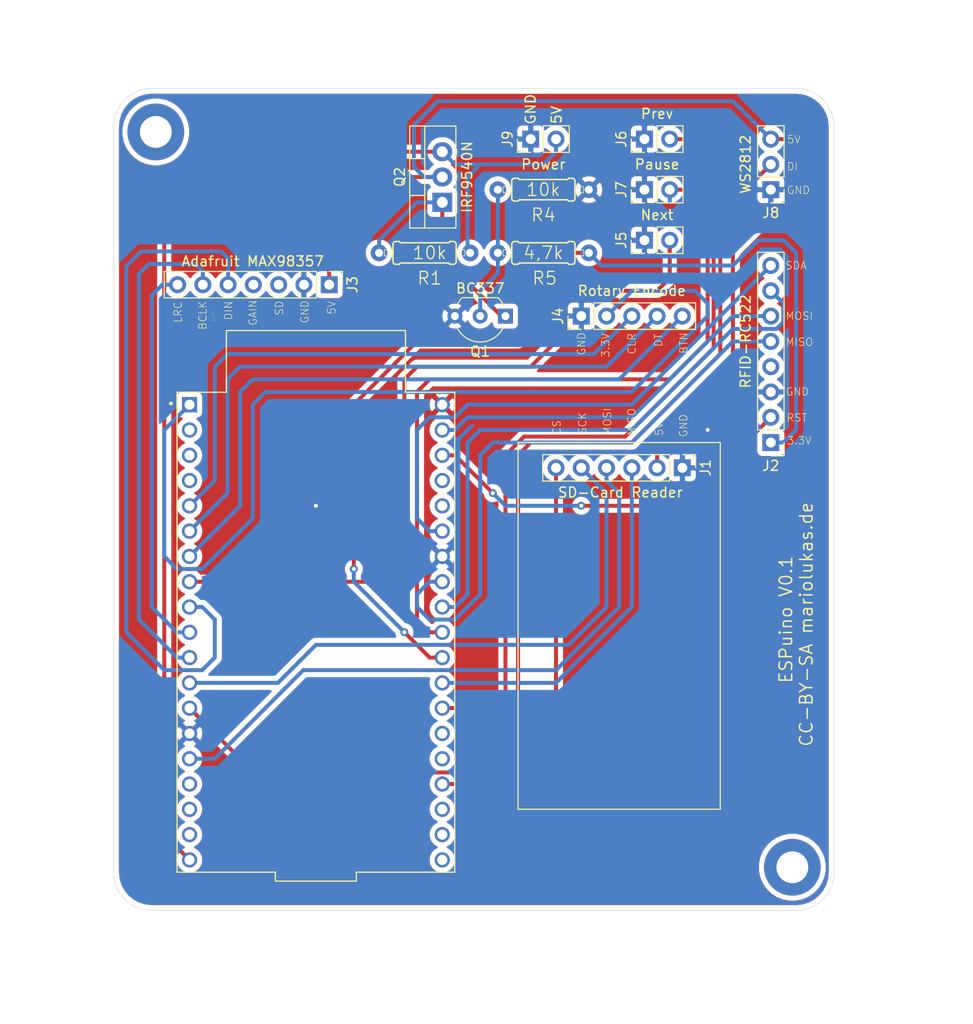
<source format=kicad_pcb>
(kicad_pcb (version 20171130) (host pcbnew 5.1.5+dfsg1-2build2)
  (layers (0 F.Cu signal) (31 B.Cu signal) (34 B.Paste user) (35 F.Paste user) (36 B.SilkS user) (37 F.SilkS user) (38 B.Mask user) (39 F.Mask user) (44 Edge.Cuts user))
  (net 0 "")
  (net 1 "Net-(U1-Pad35)")
  (net 2 "Net-(U1-Pad34)")
  (net 3 "Net-(U1-Pad25)")
  (net 4 "Net-(U1-Pad24)")
  (net 5 "Net-(U1-Pad22)")
  (net 6 "Net-(U1-Pad21)")
  (net 7 "Net-(U1-Pad20)")
  (net 8 "Net-(U1-Pad18)")
  (net 9 "Net-(U1-Pad17)")
  (net 10 "Net-(U1-Pad16)")
  (net 11 "Net-(U1-Pad4)")
  (net 12 "Net-(U1-Pad3)")
  (net 13 "Net-(U1-Pad2)")
  (net 14 "Net-(Q1-Pad2)")
  (net 15 GND)
  (net 16 GPIO-17)
  (net 17 "Net-(J3-Pad4)")
  (net 18 "Net-(J3-Pad3)")
  (net 19 SD-CARD_CS)
  (net 20 SD-CARD_SCK)
  (net 21 SD-CARD_MOSI)
  (net 22 SD-CARD_MISO)
  (net 23 SWITCHED_VCC)
  (net 24 RFID_SDA)
  (net 25 RFID_SCK)
  (net 26 RFID_MOSI)
  (net 27 RFID_MISO)
  (net 28 RFID_RST)
  (net 29 3.3V)
  (net 30 ROTARY_CLR)
  (net 31 ROTARY_DT)
  (net 32 ROTARY_BUTTON)
  (net 33 BUTTON_PREVIOUS_PIN)
  (net 34 BUTTON_NEXT_PIN)
  (net 35 BUTTON_PLAY_PAUSE_PIN)
  (net 36 NEOPIXEL_DI)
  (net 37 VCC)
  (net 38 MAX98357_LRC)
  (net 39 MAX98357_DIN)
  (net 40 MAX98357_BLCK)
  (net 41 "Net-(J2-Pad4)")
  (net 42 "Net-(Q1-Pad1)")
  (module ESPuino_snapEDA:MODULE_ESP32-DEVKITC-32U (layer F.Cu) (at 153.67 85.09)
    (fp_text reference U1 (at -10.795 -31.75) (layer F.SilkS) (effects (font (thickness 0.015))))
    (fp_text value ESP32-DEVKITC-32U)
    (fp_circle (center -14.57 -22.97) (end -14.47 -22.97) (layer F.SilkS) (width 0.2))
    (fp_line (start -13.95 -24.1) (end -13.95 24.1) (layer F.SilkS) (width 0.127))
    (fp_line (start 13.95 24.1) (end 13.95 -24.1) (layer F.SilkS) (width 0.127))
    (fp_line (start 13.95 -24.1) (end 9 -24.1) (layer F.SilkS) (width 0.127))
    (fp_line (start -9 -24.1) (end -13.95 -24.1) (layer F.SilkS) (width 0.127))
    (fp_line (start -9 -24.1) (end -9 -30.3) (layer F.SilkS) (width 0.127))
    (fp_line (start -9 -30.3) (end 9 -30.3) (layer F.SilkS) (width 0.127))
    (fp_line (start 9 -30.3) (end 9 -24.1) (layer F.SilkS) (width 0.127))
    (fp_line (start -13.95 24.1) (end -4.07 24.1) (layer F.SilkS) (width 0.127))
    (fp_line (start -4.07 24.1) (end -4.07 25) (layer F.SilkS) (width 0.127))
    (fp_line (start -4.07 25) (end 4.06 25) (layer F.SilkS) (width 0.127))
    (fp_line (start 4.06 25) (end 4.06 24.1) (layer F.SilkS) (width 0.127))
    (fp_line (start 4.06 24.1) (end 13.95 24.1) (layer F.SilkS) (width 0.127))
    (pad 1 thru_hole rect (at -12.7 -22.85) (size 1.53 1.53) (drill 1.02) (layers *.Cu *.Mask) (net 29 3.3V))
    (pad 2 thru_hole circle (at -12.7 -20.31) (size 1.53 1.53) (drill 1.02) (layers *.Cu *.Mask) (net 13 "Net-(U1-Pad2)"))
    (pad 3 thru_hole circle (at -12.7 -17.77) (size 1.53 1.53) (drill 1.02) (layers *.Cu *.Mask) (net 12 "Net-(U1-Pad3)"))
    (pad 4 thru_hole circle (at -12.7 -15.23) (size 1.53 1.53) (drill 1.02) (layers *.Cu *.Mask) (net 11 "Net-(U1-Pad4)"))
    (pad 5 thru_hole circle (at -12.7 -12.69) (size 1.53 1.53) (drill 1.02) (layers *.Cu *.Mask) (net 30 ROTARY_CLR))
    (pad 6 thru_hole circle (at -12.7 -10.15) (size 1.53 1.53) (drill 1.02) (layers *.Cu *.Mask) (net 31 ROTARY_DT))
    (pad 7 thru_hole circle (at -12.7 -7.61) (size 1.53 1.53) (drill 1.02) (layers *.Cu *.Mask) (net 32 ROTARY_BUTTON))
    (pad 8 thru_hole circle (at -12.7 -5.07) (size 1.53 1.53) (drill 1.02) (layers *.Cu *.Mask) (net 33 BUTTON_PREVIOUS_PIN))
    (pad 9 thru_hole circle (at -12.7 -2.53) (size 1.53 1.53) (drill 1.02) (layers *.Cu *.Mask) (net 39 MAX98357_DIN))
    (pad 10 thru_hole circle (at -12.7 0.01) (size 1.53 1.53) (drill 1.02) (layers *.Cu *.Mask) (net 38 MAX98357_LRC))
    (pad 11 thru_hole circle (at -12.7 2.55) (size 1.53 1.53) (drill 1.02) (layers *.Cu *.Mask) (net 40 MAX98357_BLCK))
    (pad 12 thru_hole circle (at -12.7 5.09) (size 1.53 1.53) (drill 1.02) (layers *.Cu *.Mask) (net 20 SD-CARD_SCK))
    (pad 13 thru_hole circle (at -12.7 7.63) (size 1.53 1.53) (drill 1.02) (layers *.Cu *.Mask) (net 36 NEOPIXEL_DI))
    (pad 14 thru_hole circle (at -12.7 10.17) (size 1.53 1.53) (drill 1.02) (layers *.Cu *.Mask) (net 15 GND))
    (pad 15 thru_hole circle (at -12.7 12.71) (size 1.53 1.53) (drill 1.02) (layers *.Cu *.Mask) (net 21 SD-CARD_MOSI))
    (pad 16 thru_hole circle (at -12.7 15.25) (size 1.53 1.53) (drill 1.02) (layers *.Cu *.Mask) (net 10 "Net-(U1-Pad16)"))
    (pad 17 thru_hole circle (at -12.7 17.79) (size 1.53 1.53) (drill 1.02) (layers *.Cu *.Mask) (net 9 "Net-(U1-Pad17)"))
    (pad 18 thru_hole circle (at -12.7 20.33) (size 1.53 1.53) (drill 1.02) (layers *.Cu *.Mask) (net 8 "Net-(U1-Pad18)"))
    (pad 19 thru_hole circle (at -12.7 22.87) (size 1.53 1.53) (drill 1.02) (layers *.Cu *.Mask) (net 37 VCC))
    (pad 20 thru_hole circle (at 12.7 22.87) (size 1.53 1.53) (drill 1.02) (layers *.Cu *.Mask) (net 7 "Net-(U1-Pad20)"))
    (pad 21 thru_hole circle (at 12.7 20.33) (size 1.53 1.53) (drill 1.02) (layers *.Cu *.Mask) (net 6 "Net-(U1-Pad21)"))
    (pad 22 thru_hole circle (at 12.7 17.79) (size 1.53 1.53) (drill 1.02) (layers *.Cu *.Mask) (net 5 "Net-(U1-Pad22)"))
    (pad 23 thru_hole circle (at 12.7 15.25) (size 1.53 1.53) (drill 1.02) (layers *.Cu *.Mask) (net 19 SD-CARD_CS))
    (pad 24 thru_hole circle (at 12.7 12.71) (size 1.53 1.53) (drill 1.02) (layers *.Cu *.Mask) (net 4 "Net-(U1-Pad24)"))
    (pad 25 thru_hole circle (at 12.7 10.17) (size 1.53 1.53) (drill 1.02) (layers *.Cu *.Mask) (net 3 "Net-(U1-Pad25)"))
    (pad 26 thru_hole circle (at 12.7 7.63) (size 1.53 1.53) (drill 1.02) (layers *.Cu *.Mask) (net 34 BUTTON_NEXT_PIN))
    (pad 27 thru_hole circle (at 12.7 5.09) (size 1.53 1.53) (drill 1.02) (layers *.Cu *.Mask) (net 22 SD-CARD_MISO))
    (pad 28 thru_hole circle (at 12.7 2.55) (size 1.53 1.53) (drill 1.02) (layers *.Cu *.Mask) (net 16 GPIO-17))
    (pad 29 thru_hole circle (at 12.7 0.01) (size 1.53 1.53) (drill 1.02) (layers *.Cu *.Mask) (net 35 BUTTON_PLAY_PAUSE_PIN))
    (pad 30 thru_hole circle (at 12.7 -2.53) (size 1.53 1.53) (drill 1.02) (layers *.Cu *.Mask) (net 25 RFID_SCK))
    (pad 31 thru_hole circle (at 12.7 -5.07) (size 1.53 1.53) (drill 1.02) (layers *.Cu *.Mask) (net 27 RFID_MISO))
    (pad 32 thru_hole circle (at 12.7 -7.61) (size 1.53 1.53) (drill 1.02) (layers *.Cu *.Mask) (net 15 GND))
    (pad 33 thru_hole circle (at 12.7 -10.15) (size 1.53 1.53) (drill 1.02) (layers *.Cu *.Mask) (net 24 RFID_SDA))
    (pad 34 thru_hole circle (at 12.7 -12.69) (size 1.53 1.53) (drill 1.02) (layers *.Cu *.Mask) (net 2 "Net-(U1-Pad34)"))
    (pad 35 thru_hole circle (at 12.7 -15.23) (size 1.53 1.53) (drill 1.02) (layers *.Cu *.Mask) (net 1 "Net-(U1-Pad35)"))
    (pad 36 thru_hole circle (at 12.7 -17.77) (size 1.53 1.53) (drill 1.02) (layers *.Cu *.Mask) (net 28 RFID_RST))
    (pad 37 thru_hole circle (at 12.7 -20.31) (size 1.53 1.53) (drill 1.02) (layers *.Cu *.Mask) (net 26 RFID_MOSI))
    (pad 38 thru_hole circle (at 12.7 -22.85) (size 1.53 1.53) (drill 1.02) (layers *.Cu *.Mask) (net 15 GND))
  )
  (module MountingHole:MountingHole_3.2mm_M3_ISO7380_Pad (layer F.Cu) (at 201.55408 108.6993)
    (fp_text reference REF**)
    (fp_text value MountingHole_3.2mm_M3_ISO7380_Pad)
    (pad 1 thru_hole circle (at 0 0) (size 5.7 5.7) (drill 3.2) (layers *.Cu *.Mask))
  )
  (module MountingHole:MountingHole_3.2mm_M3_ISO7380_Pad (layer F.Cu) (at 137.5791 34.84118)
    (fp_text reference REF**)
    (fp_text value MountingHole_3.2mm_M3_ISO7380_Pad)
    (pad 1 thru_hole circle (at 0 0) (size 5.7 5.7) (drill 3.2) (layers *.Cu *.Mask))
  )
  (module Package_TO_SOT_THT:TO-220-3_Vertical (layer F.Cu) (at 166.37 41.91 90)
    (fp_text reference Q2 (at 2.54 -4.27 90) (layer F.SilkS))
    (fp_text value IRF9540N (at 2.54 2.5 90) (layer F.SilkS))
    (fp_line (start 4.391 -3.27) (end 4.391 -1.76) (layer F.SilkS) (width 0.12))
    (fp_line (start 0.69 -3.27) (end 0.69 -1.76) (layer F.SilkS) (width 0.12))
    (fp_line (start -2.58 -1.76) (end 7.66 -1.76) (layer F.SilkS) (width 0.12))
    (fp_line (start 7.66 -3.27) (end 7.66 1.371) (layer F.SilkS) (width 0.12))
    (fp_line (start -2.58 -3.27) (end -2.58 1.371) (layer F.SilkS) (width 0.12))
    (fp_line (start -2.58 1.371) (end 7.66 1.371) (layer F.SilkS) (width 0.12))
    (fp_line (start -2.58 -3.27) (end 7.66 -3.27) (layer F.SilkS) (width 0.12))
    (pad 3 thru_hole oval (at 5.08 0 90) (size 1.905 2) (drill 1.1) (layers *.Cu *.Mask) (net 37 VCC))
    (pad 2 thru_hole oval (at 2.54 0 90) (size 1.905 2) (drill 1.1) (layers *.Cu *.Mask) (net 23 SWITCHED_VCC))
    (pad 1 thru_hole rect (at 0 0 90) (size 1.905 2) (drill 1.1) (layers *.Cu *.Mask) (net 42 "Net-(Q1-Pad1)"))
  )
  (module Package_TO_SOT_THT:TO-92_Inline_Wide (layer F.Cu) (at 172.72 53.34 180)
    (fp_text reference Q1 (at 2.54 -3.56) (layer F.SilkS))
    (fp_text value BC337 (at 2.54 2.79) (layer F.SilkS))
    (fp_arc (start 2.54 0) (end 4.34 1.85) (angle -20) (layer F.SilkS) (width 0.12))
    (fp_arc (start 2.54 0) (end 2.54 -2.6) (angle 65) (layer F.SilkS) (width 0.12))
    (fp_arc (start 2.54 0) (end 2.54 -2.6) (angle -65) (layer F.SilkS) (width 0.12))
    (fp_arc (start 2.54 0) (end 0.74 1.85) (angle 20) (layer F.SilkS) (width 0.12))
    (fp_line (start 0.74 1.85) (end 4.34 1.85) (layer F.SilkS) (width 0.12))
    (pad 1 thru_hole rect (at 0 0 270) (size 1.5 1.5) (drill 0.8) (layers *.Cu *.Mask) (net 42 "Net-(Q1-Pad1)"))
    (pad 3 thru_hole circle (at 5.08 0 270) (size 1.5 1.5) (drill 0.8) (layers *.Cu *.Mask) (net 15 GND))
    (pad 2 thru_hole circle (at 2.54 0 270) (size 1.5 1.5) (drill 0.8) (layers *.Cu *.Mask) (net 14 "Net-(Q1-Pad2)"))
  )
  (module mod_s:PinHeader_1x06_P2.54mm_Vertical (layer F.Cu) (at 190.5 68.58 270)
    (fp_text reference J1 (at 0 -2.33 90) (layer F.SilkS))
    (fp_text value "SD-Card Reader" (at 2.47142 6.2357 180) (layer F.SilkS))
    (fp_line (start -1.33 -1.33) (end 0 -1.33) (layer F.SilkS) (width 0.12))
    (fp_line (start -1.33 0) (end -1.33 -1.33) (layer F.SilkS) (width 0.12))
    (fp_line (start -1.33 1.27) (end 1.33 1.27) (layer F.SilkS) (width 0.12))
    (fp_line (start 1.33 1.27) (end 1.33 14.03) (layer F.SilkS) (width 0.12))
    (fp_line (start -1.33 1.27) (end -1.33 14.03) (layer F.SilkS) (width 0.12))
    (fp_line (start -1.33 14.03) (end 1.33 14.03) (layer F.SilkS) (width 0.12))
    (pad 6 thru_hole oval (at 0 12.7 270) (size 1.7 1.7) (drill 1) (layers *.Cu *.Mask) (net 19 SD-CARD_CS))
    (pad 5 thru_hole oval (at 0 10.16 270) (size 1.7 1.7) (drill 1) (layers *.Cu *.Mask) (net 20 SD-CARD_SCK))
    (pad 4 thru_hole oval (at 0 7.62 270) (size 1.7 1.7) (drill 1) (layers *.Cu *.Mask) (net 21 SD-CARD_MOSI))
    (pad 3 thru_hole oval (at 0 5.08 270) (size 1.7 1.7) (drill 1) (layers *.Cu *.Mask) (net 22 SD-CARD_MISO))
    (pad 2 thru_hole oval (at 0 2.54 270) (size 1.7 1.7) (drill 1) (layers *.Cu *.Mask) (net 23 SWITCHED_VCC))
    (pad 1 thru_hole rect (at 0 0 270) (size 1.7 1.7) (drill 1) (layers *.Cu *.Mask) (net 15 GND))
  )
  (module mod_s:PinHeader_1x02_P2.54mm_Vertical (layer F.Cu) (at 175.26 35.56 90)
    (fp_text reference J9 (at 0 -2.33 90) (layer F.SilkS))
    (fp_text value Power (at -2.54 1.27 180) (layer F.SilkS))
    (fp_line (start -1.33 3.87) (end 1.33 3.87) (layer F.SilkS) (width 0.12))
    (fp_line (start -1.33 1.27) (end -1.33 3.87) (layer F.SilkS) (width 0.12))
    (fp_line (start 1.33 1.27) (end 1.33 3.87) (layer F.SilkS) (width 0.12))
    (fp_line (start -1.33 1.27) (end 1.33 1.27) (layer F.SilkS) (width 0.12))
    (fp_line (start -1.33 0) (end -1.33 -1.33) (layer F.SilkS) (width 0.12))
    (fp_line (start -1.33 -1.33) (end 0 -1.33) (layer F.SilkS) (width 0.12))
    (pad 2 thru_hole oval (at 0 2.54 90) (size 1.7 1.7) (drill 1) (layers *.Cu *.Mask) (net 37 VCC))
    (pad 1 thru_hole rect (at 0 0 90) (size 1.7 1.7) (drill 1) (layers *.Cu *.Mask) (net 15 GND))
  )
  (module mod_s:PinHeader_1x03_P2.54mm_Vertical (layer F.Cu) (at 199.39 40.64 180)
    (fp_text reference J8 (at 0 -2.33) (layer F.SilkS))
    (fp_text value WS2812 (at 2.54 2.54 90) (layer F.SilkS))
    (fp_line (start -1.33 6.41) (end 1.33 6.41) (layer F.SilkS) (width 0.12))
    (fp_line (start -1.33 1.27) (end -1.33 6.41) (layer F.SilkS) (width 0.12))
    (fp_line (start 1.33 1.27) (end 1.33 6.41) (layer F.SilkS) (width 0.12))
    (fp_line (start -1.33 1.27) (end 1.33 1.27) (layer F.SilkS) (width 0.12))
    (fp_line (start -1.33 0) (end -1.33 -1.33) (layer F.SilkS) (width 0.12))
    (fp_line (start -1.33 -1.33) (end 0 -1.33) (layer F.SilkS) (width 0.12))
    (pad 3 thru_hole oval (at 0 5.08 180) (size 1.7 1.7) (drill 1) (layers *.Cu *.Mask) (net 23 SWITCHED_VCC))
    (pad 2 thru_hole oval (at 0 2.54 180) (size 1.7 1.7) (drill 1) (layers *.Cu *.Mask) (net 36 NEOPIXEL_DI))
    (pad 1 thru_hole rect (at 0 0 180) (size 1.7 1.7) (drill 1) (layers *.Cu *.Mask) (net 15 GND))
  )
  (module mod_s:PinHeader_1x02_P2.54mm_Vertical (layer F.Cu) (at 186.69 40.64 90)
    (fp_text reference J7 (at 0 -2.33 90) (layer F.SilkS))
    (fp_text value Pause (at 2.54 1.27 180) (layer F.SilkS))
    (fp_line (start -1.33 3.87) (end 1.33 3.87) (layer F.SilkS) (width 0.12))
    (fp_line (start -1.33 1.27) (end -1.33 3.87) (layer F.SilkS) (width 0.12))
    (fp_line (start 1.33 1.27) (end 1.33 3.87) (layer F.SilkS) (width 0.12))
    (fp_line (start -1.33 1.27) (end 1.33 1.27) (layer F.SilkS) (width 0.12))
    (fp_line (start -1.33 0) (end -1.33 -1.33) (layer F.SilkS) (width 0.12))
    (fp_line (start -1.33 -1.33) (end 0 -1.33) (layer F.SilkS) (width 0.12))
    (pad 2 thru_hole oval (at 0 2.54 90) (size 1.7 1.7) (drill 1) (layers *.Cu *.Mask) (net 35 BUTTON_PLAY_PAUSE_PIN))
    (pad 1 thru_hole rect (at 0 0 90) (size 1.7 1.7) (drill 1) (layers *.Cu *.Mask) (net 15 GND))
  )
  (module mod_s:PinHeader_1x02_P2.54mm_Vertical (layer F.Cu) (at 186.69 35.56 90)
    (fp_text reference J6 (at 0 -2.33 90) (layer F.SilkS))
    (fp_text value Prev (at 2.54 1.27 180) (layer F.SilkS))
    (fp_line (start -1.33 3.87) (end 1.33 3.87) (layer F.SilkS) (width 0.12))
    (fp_line (start -1.33 1.27) (end -1.33 3.87) (layer F.SilkS) (width 0.12))
    (fp_line (start 1.33 1.27) (end 1.33 3.87) (layer F.SilkS) (width 0.12))
    (fp_line (start -1.33 1.27) (end 1.33 1.27) (layer F.SilkS) (width 0.12))
    (fp_line (start -1.33 0) (end -1.33 -1.33) (layer F.SilkS) (width 0.12))
    (fp_line (start -1.33 -1.33) (end 0 -1.33) (layer F.SilkS) (width 0.12))
    (pad 2 thru_hole oval (at 0 2.54 90) (size 1.7 1.7) (drill 1) (layers *.Cu *.Mask) (net 34 BUTTON_NEXT_PIN))
    (pad 1 thru_hole rect (at 0 0 90) (size 1.7 1.7) (drill 1) (layers *.Cu *.Mask) (net 15 GND))
  )
  (module mod_s:PinHeader_1x02_P2.54mm_Vertical (layer F.Cu) (at 186.69 45.72 90)
    (fp_text reference J5 (at 0 -2.33 90) (layer F.SilkS))
    (fp_text value Next (at 2.54 1.27 180) (layer F.SilkS))
    (fp_line (start -1.33 3.87) (end 1.33 3.87) (layer F.SilkS) (width 0.12))
    (fp_line (start -1.33 1.27) (end -1.33 3.87) (layer F.SilkS) (width 0.12))
    (fp_line (start 1.33 1.27) (end 1.33 3.87) (layer F.SilkS) (width 0.12))
    (fp_line (start -1.33 1.27) (end 1.33 1.27) (layer F.SilkS) (width 0.12))
    (fp_line (start -1.33 0) (end -1.33 -1.33) (layer F.SilkS) (width 0.12))
    (fp_line (start -1.33 -1.33) (end 0 -1.33) (layer F.SilkS) (width 0.12))
    (pad 2 thru_hole oval (at 0 2.54 90) (size 1.7 1.7) (drill 1) (layers *.Cu *.Mask) (net 33 BUTTON_PREVIOUS_PIN))
    (pad 1 thru_hole rect (at 0 0 90) (size 1.7 1.7) (drill 1) (layers *.Cu *.Mask) (net 15 GND))
  )
  (module mod_s:PinHeader_1x08_P2.54mm_Vertical (layer F.Cu) (at 199.39 66.04 180)
    (fp_text reference J2 (at 0 -2.33) (layer F.SilkS))
    (fp_text value RFID-RC522 (at 2.54 10.16 90) (layer F.SilkS))
    (fp_line (start -1.33 19.11) (end 1.33 19.11) (layer F.SilkS) (width 0.12))
    (fp_line (start -1.33 1.27) (end -1.33 19.11) (layer F.SilkS) (width 0.12))
    (fp_line (start 1.33 1.27) (end 1.33 19.11) (layer F.SilkS) (width 0.12))
    (fp_line (start -1.33 1.27) (end 1.33 1.27) (layer F.SilkS) (width 0.12))
    (fp_line (start -1.33 0) (end -1.33 -1.33) (layer F.SilkS) (width 0.12))
    (fp_line (start -1.33 -1.33) (end 0 -1.33) (layer F.SilkS) (width 0.12))
    (pad 8 thru_hole oval (at 0 17.78 180) (size 1.7 1.7) (drill 1) (layers *.Cu *.Mask) (net 24 RFID_SDA))
    (pad 7 thru_hole oval (at 0 15.24 180) (size 1.7 1.7) (drill 1) (layers *.Cu *.Mask) (net 25 RFID_SCK))
    (pad 6 thru_hole oval (at 0 12.7 180) (size 1.7 1.7) (drill 1) (layers *.Cu *.Mask) (net 26 RFID_MOSI))
    (pad 5 thru_hole oval (at 0 10.16 180) (size 1.7 1.7) (drill 1) (layers *.Cu *.Mask) (net 27 RFID_MISO))
    (pad 4 thru_hole oval (at 0 7.62 180) (size 1.7 1.7) (drill 1) (layers *.Cu *.Mask) (net 41 "Net-(J2-Pad4)"))
    (pad 3 thru_hole oval (at 0 5.08 180) (size 1.7 1.7) (drill 1) (layers *.Cu *.Mask) (net 15 GND))
    (pad 2 thru_hole oval (at 0 2.54 180) (size 1.7 1.7) (drill 1) (layers *.Cu *.Mask) (net 28 RFID_RST))
    (pad 1 thru_hole rect (at 0 0 180) (size 1.7 1.7) (drill 1) (layers *.Cu *.Mask) (net 16 GPIO-17))
  )
  (module mod_s:PinHeader_1x07_P2.54mm_Vertical (layer F.Cu) (at 155.00604 50.18532 270)
    (fp_text reference J3 (at 0 -2.33 90) (layer F.SilkS))
    (fp_text value "Adafruit MAX98357" (at -2.35204 7.6835 180) (layer F.SilkS))
    (fp_line (start -1.33 -1.33) (end 0 -1.33) (layer F.SilkS) (width 0.12))
    (fp_line (start -1.33 0) (end -1.33 -1.33) (layer F.SilkS) (width 0.12))
    (fp_line (start -1.33 1.27) (end 1.33 1.27) (layer F.SilkS) (width 0.12))
    (fp_line (start 1.33 1.27) (end 1.33 16.57) (layer F.SilkS) (width 0.12))
    (fp_line (start -1.33 1.27) (end -1.33 16.57) (layer F.SilkS) (width 0.12))
    (fp_line (start -1.33 16.57) (end 1.33 16.57) (layer F.SilkS) (width 0.12))
    (pad 7 thru_hole oval (at 0 15.24 270) (size 1.7 1.7) (drill 1) (layers *.Cu *.Mask) (net 38 MAX98357_LRC))
    (pad 6 thru_hole oval (at 0 12.7 270) (size 1.7 1.7) (drill 1) (layers *.Cu *.Mask) (net 40 MAX98357_BLCK))
    (pad 5 thru_hole oval (at 0 10.16 270) (size 1.7 1.7) (drill 1) (layers *.Cu *.Mask) (net 39 MAX98357_DIN))
    (pad 4 thru_hole oval (at 0 7.62 270) (size 1.7 1.7) (drill 1) (layers *.Cu *.Mask) (net 17 "Net-(J3-Pad4)"))
    (pad 3 thru_hole oval (at 0 5.08 270) (size 1.7 1.7) (drill 1) (layers *.Cu *.Mask) (net 18 "Net-(J3-Pad3)"))
    (pad 2 thru_hole oval (at 0 2.54 270) (size 1.7 1.7) (drill 1) (layers *.Cu *.Mask) (net 15 GND))
    (pad 1 thru_hole rect (at 0 0 270) (size 1.7 1.7) (drill 1) (layers *.Cu *.Mask) (net 23 SWITCHED_VCC))
  )
  (module mod_s:PinHeader_1x05_P2.54mm_Vertical (layer F.Cu) (at 180.34 53.34 90)
    (fp_text reference J4 (at 0 -2.33 90) (layer F.SilkS))
    (fp_text value "Rotary Encode" (at 2.54 5.08 180) (layer F.SilkS))
    (fp_line (start -1.33 11.49) (end 1.33 11.49) (layer F.SilkS) (width 0.12))
    (fp_line (start -1.33 1.27) (end -1.33 11.49) (layer F.SilkS) (width 0.12))
    (fp_line (start 1.33 1.27) (end 1.33 11.49) (layer F.SilkS) (width 0.12))
    (fp_line (start -1.33 1.27) (end 1.33 1.27) (layer F.SilkS) (width 0.12))
    (fp_line (start -1.33 0) (end -1.33 -1.33) (layer F.SilkS) (width 0.12))
    (fp_line (start -1.33 -1.33) (end 0 -1.33) (layer F.SilkS) (width 0.12))
    (pad 5 thru_hole oval (at 0 10.16 90) (size 1.7 1.7) (drill 1) (layers *.Cu *.Mask) (net 32 ROTARY_BUTTON))
    (pad 4 thru_hole oval (at 0 7.62 90) (size 1.7 1.7) (drill 1) (layers *.Cu *.Mask) (net 31 ROTARY_DT))
    (pad 3 thru_hole oval (at 0 5.08 90) (size 1.7 1.7) (drill 1) (layers *.Cu *.Mask) (net 30 ROTARY_CLR))
    (pad 2 thru_hole oval (at 0 2.54 90) (size 1.7 1.7) (drill 1) (layers *.Cu *.Mask) (net 29 3.3V))
    (pad 1 thru_hole rect (at 0 0 90) (size 1.7 1.7) (drill 1) (layers *.Cu *.Mask) (net 15 GND))
  )
  (module adafruit:0207_9 (layer F.Cu) (at 176.53 46.99)
    (fp_text reference R5 (at 0.127 2.54) (layer F.SilkS) (effects (font (size 1.27 1.27) (thickness 0.127))))
    (fp_text value 4,7k (at 0 0) (layer F.SilkS) (effects (font (size 1.27 1.27) (thickness 0.127))))
    (fp_line (start 3.175 0.3048) (end 4.0386 0.3048) (layer F.SilkS) (width 0.06604))
    (fp_line (start 4.0386 0.3048) (end 4.0386 -0.3048) (layer F.SilkS) (width 0.06604))
    (fp_line (start 3.175 -0.3048) (end 4.0386 -0.3048) (layer F.SilkS) (width 0.06604))
    (fp_line (start 3.175 0.3048) (end 3.175 -0.3048) (layer F.SilkS) (width 0.06604))
    (fp_line (start -4.0386 0.3048) (end -3.175 0.3048) (layer F.SilkS) (width 0.06604))
    (fp_line (start -3.175 0.3048) (end -3.175 -0.3048) (layer F.SilkS) (width 0.06604))
    (fp_line (start -4.0386 -0.3048) (end -3.175 -0.3048) (layer F.SilkS) (width 0.06604))
    (fp_line (start -4.0386 0.3048) (end -4.0386 -0.3048) (layer F.SilkS) (width 0.06604))
    (fp_line (start -3.175 0.889) (end -3.175 -0.889) (layer F.SilkS) (width 0.1524))
    (fp_line (start -2.921 -1.143) (end -2.54 -1.143) (layer F.SilkS) (width 0.1524))
    (fp_line (start -2.413 -1.016) (end -2.54 -1.143) (layer F.SilkS) (width 0.1524))
    (fp_line (start -2.921 1.143) (end -2.54 1.143) (layer F.SilkS) (width 0.1524))
    (fp_line (start -2.413 1.016) (end -2.54 1.143) (layer F.SilkS) (width 0.1524))
    (fp_line (start 2.413 -1.016) (end 2.54 -1.143) (layer F.SilkS) (width 0.1524))
    (fp_line (start 2.413 -1.016) (end -2.413 -1.016) (layer F.SilkS) (width 0.1524))
    (fp_line (start 2.413 1.016) (end 2.54 1.143) (layer F.SilkS) (width 0.1524))
    (fp_line (start 2.413 1.016) (end -2.413 1.016) (layer F.SilkS) (width 0.1524))
    (fp_line (start 2.921 -1.143) (end 2.54 -1.143) (layer F.SilkS) (width 0.1524))
    (fp_line (start 2.921 1.143) (end 2.54 1.143) (layer F.SilkS) (width 0.1524))
    (fp_line (start 3.175 0.889) (end 3.175 -0.889) (layer F.SilkS) (width 0.1524))
    (fp_arc (start 2.921 -0.889) (end 2.921 -1.143) (angle 90) (layer F.SilkS) (width 0.1524))
    (fp_arc (start 2.921 0.889) (end 3.175 0.889) (angle 90) (layer F.SilkS) (width 0.1524))
    (fp_arc (start -2.921 0.889) (end -2.921 1.143) (angle 90) (layer F.SilkS) (width 0.1524))
    (fp_arc (start -2.921 -0.889) (end -3.175 -0.889) (angle 90) (layer F.SilkS) (width 0.1524))
    (pad 2 thru_hole circle (at 4.572 0) (size 1.6764 3.3528) (drill 0.8128) (layers *.Cu *.Paste *.Mask) (net 16 GPIO-17))
    (pad 1 thru_hole circle (at -4.572 0) (size 1.6764 3.3528) (drill 0.8128) (layers *.Cu *.Paste *.Mask) (net 14 "Net-(Q1-Pad2)"))
  )
  (module adafruit:0207_9 (layer F.Cu) (at 176.53 40.64)
    (fp_text reference R4 (at 0 2.54) (layer F.SilkS) (effects (font (size 1.27 1.27) (thickness 0.127))))
    (fp_text value 10k (at 0 0) (layer F.SilkS) (effects (font (size 1.27 1.27) (thickness 0.127))))
    (fp_line (start 3.175 0.3048) (end 4.0386 0.3048) (layer F.SilkS) (width 0.06604))
    (fp_line (start 4.0386 0.3048) (end 4.0386 -0.3048) (layer F.SilkS) (width 0.06604))
    (fp_line (start 3.175 -0.3048) (end 4.0386 -0.3048) (layer F.SilkS) (width 0.06604))
    (fp_line (start 3.175 0.3048) (end 3.175 -0.3048) (layer F.SilkS) (width 0.06604))
    (fp_line (start -4.0386 0.3048) (end -3.175 0.3048) (layer F.SilkS) (width 0.06604))
    (fp_line (start -3.175 0.3048) (end -3.175 -0.3048) (layer F.SilkS) (width 0.06604))
    (fp_line (start -4.0386 -0.3048) (end -3.175 -0.3048) (layer F.SilkS) (width 0.06604))
    (fp_line (start -4.0386 0.3048) (end -4.0386 -0.3048) (layer F.SilkS) (width 0.06604))
    (fp_line (start -3.175 0.889) (end -3.175 -0.889) (layer F.SilkS) (width 0.1524))
    (fp_line (start -2.921 -1.143) (end -2.54 -1.143) (layer F.SilkS) (width 0.1524))
    (fp_line (start -2.413 -1.016) (end -2.54 -1.143) (layer F.SilkS) (width 0.1524))
    (fp_line (start -2.921 1.143) (end -2.54 1.143) (layer F.SilkS) (width 0.1524))
    (fp_line (start -2.413 1.016) (end -2.54 1.143) (layer F.SilkS) (width 0.1524))
    (fp_line (start 2.413 -1.016) (end 2.54 -1.143) (layer F.SilkS) (width 0.1524))
    (fp_line (start 2.413 -1.016) (end -2.413 -1.016) (layer F.SilkS) (width 0.1524))
    (fp_line (start 2.413 1.016) (end 2.54 1.143) (layer F.SilkS) (width 0.1524))
    (fp_line (start 2.413 1.016) (end -2.413 1.016) (layer F.SilkS) (width 0.1524))
    (fp_line (start 2.921 -1.143) (end 2.54 -1.143) (layer F.SilkS) (width 0.1524))
    (fp_line (start 2.921 1.143) (end 2.54 1.143) (layer F.SilkS) (width 0.1524))
    (fp_line (start 3.175 0.889) (end 3.175 -0.889) (layer F.SilkS) (width 0.1524))
    (fp_arc (start 2.921 -0.889) (end 2.921 -1.143) (angle 90) (layer F.SilkS) (width 0.1524))
    (fp_arc (start 2.921 0.889) (end 3.175 0.889) (angle 90) (layer F.SilkS) (width 0.1524))
    (fp_arc (start -2.921 0.889) (end -2.921 1.143) (angle 90) (layer F.SilkS) (width 0.1524))
    (fp_arc (start -2.921 -0.889) (end -3.175 -0.889) (angle 90) (layer F.SilkS) (width 0.1524))
    (pad 2 thru_hole circle (at 4.572 0) (size 1.6764 3.3528) (drill 0.8128) (layers *.Cu *.Paste *.Mask) (net 15 GND))
    (pad 1 thru_hole circle (at -4.572 0) (size 1.6764 3.3528) (drill 0.8128) (layers *.Cu *.Paste *.Mask) (net 14 "Net-(Q1-Pad2)"))
  )
  (module adafruit:0207_9 (layer F.Cu) (at 164.592 46.99 180)
    (fp_text reference R1 (at -0.508 -2.54) (layer F.SilkS) (effects (font (size 1.27 1.27) (thickness 0.127))))
    (fp_text value 10k (at -0.508 0) (layer F.SilkS) (effects (font (size 1.27 1.27) (thickness 0.127))))
    (fp_line (start 3.175 0.3048) (end 4.0386 0.3048) (layer F.SilkS) (width 0.06604))
    (fp_line (start 4.0386 0.3048) (end 4.0386 -0.3048) (layer F.SilkS) (width 0.06604))
    (fp_line (start 3.175 -0.3048) (end 4.0386 -0.3048) (layer F.SilkS) (width 0.06604))
    (fp_line (start 3.175 0.3048) (end 3.175 -0.3048) (layer F.SilkS) (width 0.06604))
    (fp_line (start -4.0386 0.3048) (end -3.175 0.3048) (layer F.SilkS) (width 0.06604))
    (fp_line (start -3.175 0.3048) (end -3.175 -0.3048) (layer F.SilkS) (width 0.06604))
    (fp_line (start -4.0386 -0.3048) (end -3.175 -0.3048) (layer F.SilkS) (width 0.06604))
    (fp_line (start -4.0386 0.3048) (end -4.0386 -0.3048) (layer F.SilkS) (width 0.06604))
    (fp_line (start -3.175 0.889) (end -3.175 -0.889) (layer F.SilkS) (width 0.1524))
    (fp_line (start -2.921 -1.143) (end -2.54 -1.143) (layer F.SilkS) (width 0.1524))
    (fp_line (start -2.413 -1.016) (end -2.54 -1.143) (layer F.SilkS) (width 0.1524))
    (fp_line (start -2.921 1.143) (end -2.54 1.143) (layer F.SilkS) (width 0.1524))
    (fp_line (start -2.413 1.016) (end -2.54 1.143) (layer F.SilkS) (width 0.1524))
    (fp_line (start 2.413 -1.016) (end 2.54 -1.143) (layer F.SilkS) (width 0.1524))
    (fp_line (start 2.413 -1.016) (end -2.413 -1.016) (layer F.SilkS) (width 0.1524))
    (fp_line (start 2.413 1.016) (end 2.54 1.143) (layer F.SilkS) (width 0.1524))
    (fp_line (start 2.413 1.016) (end -2.413 1.016) (layer F.SilkS) (width 0.1524))
    (fp_line (start 2.921 -1.143) (end 2.54 -1.143) (layer F.SilkS) (width 0.1524))
    (fp_line (start 2.921 1.143) (end 2.54 1.143) (layer F.SilkS) (width 0.1524))
    (fp_line (start 3.175 0.889) (end 3.175 -0.889) (layer F.SilkS) (width 0.1524))
    (fp_arc (start 2.921 -0.889) (end 2.921 -1.143) (angle 90) (layer F.SilkS) (width 0.1524))
    (fp_arc (start 2.921 0.889) (end 3.175 0.889) (angle 90) (layer F.SilkS) (width 0.1524))
    (fp_arc (start -2.921 0.889) (end -2.921 1.143) (angle 90) (layer F.SilkS) (width 0.1524))
    (fp_arc (start -2.921 -0.889) (end -3.175 -0.889) (angle 90) (layer F.SilkS) (width 0.1524))
    (pad 2 thru_hole circle (at 4.572 0 180) (size 1.6764 3.3528) (drill 0.8128) (layers *.Cu *.Paste *.Mask) (net 42 "Net-(Q1-Pad1)"))
    (pad 1 thru_hole circle (at -4.572 0 180) (size 1.6764 3.3528) (drill 0.8128) (layers *.Cu *.Paste *.Mask) (net 37 VCC))
  )
  (gr_line (start 133.35 109.22) (end 133.35 34.29) (layer Edge.Cuts) (width 0.05))
  (gr_line (start 201.93 113.03) (end 137.16 113.03) (layer Edge.Cuts) (width 0.05))
  (gr_line (start 205.74 34.29) (end 205.74 109.22) (layer Edge.Cuts) (width 0.05))
  (gr_line (start 201.93 30.48) (end 137.16 30.48) (layer Edge.Cuts) (width 0.05))
  (gr_arc (start 137.16 34.29) (end 137.16 30.48) (angle -90) (layer Edge.Cuts) (width 0.05))
  (gr_arc (start 137.16 109.22) (end 133.35 109.22) (angle -90) (layer Edge.Cuts) (width 0.05))
  (gr_arc (start 201.93 109.22) (end 201.93 113.03) (angle -90) (layer Edge.Cuts) (width 0.05))
  (gr_arc (start 201.93 34.29) (end 205.74 34.29) (angle -90) (layer Edge.Cuts) (width 0.05))
  (gr_text GAIN (at 147.33524 53.00726 90) (layer F.SilkS) (effects (font (size 0.762 0.762) (thickness 0.0635))))
  (gr_text "ESPuino V0.1\nCC-BY-SA mariolukas.de " (at 201.93 83.82 90) (layer F.SilkS) (effects (font (size 1.27 1.27))))
  (gr_text CS (at 177.8762 64.52616 90) (layer F.SilkS) (effects (font (size 0.762 0.762) (thickness 0.0635))))
  (gr_text SCK (at 180.45938 64.10452 90) (layer F.SilkS) (effects (font (size 0.762 0.762) (thickness 0.0635))))
  (gr_text MOSI (at 182.96382 63.92418 90) (layer F.SilkS) (effects (font (size 0.762 0.762) (thickness 0.0635))))
  (gr_text MISO (at 185.4073 63.96482 90) (layer F.SilkS) (effects (font (size 0.762 0.762) (thickness 0.0635))))
  (gr_text 5V (at 188.17082 64.68618 90) (layer F.SilkS) (effects (font (size 0.762 0.762) (thickness 0.0635))))
  (gr_text GND (at 190.6143 64.34582 90) (layer F.SilkS) (effects (font (size 0.762 0.762) (thickness 0.0635))))
  (gr_text BTN (at 190.63208 56.0578 90) (layer F.SilkS) (effects (font (size 0.762 0.762) (thickness 0.0635))))
  (gr_text DT (at 188.10224 55.75808 90) (layer F.SilkS) (effects (font (size 0.762 0.762) (thickness 0.0635))))
  (gr_text CLR (at 185.43016 56.1086 90) (layer F.SilkS) (effects (font (size 0.762 0.762) (thickness 0.0635))))
  (gr_text "3.3V\n" (at 182.78348 56.26608 90) (layer F.SilkS) (effects (font (size 0.762 0.762) (thickness 0.0635))))
  (gr_text "GND\n" (at 180.35778 56.1213 90) (layer F.SilkS) (effects (font (size 0.762 0.762) (thickness 0.0635))))
  (gr_text GND (at 202.16876 40.6908) (layer F.SilkS) (effects (font (size 0.762 0.762) (thickness 0.0635))))
  (gr_text 5V (at 201.7141 35.60064) (layer F.SilkS) (effects (font (size 0.762 0.762) (thickness 0.0635))))
  (gr_text DI (at 201.56678 38.3159) (layer F.SilkS) (effects (font (size 0.762 0.762) (thickness 0.0635))))
  (gr_text 5V (at 155.25242 52.49418 90) (layer F.SilkS) (effects (font (size 0.762 0.762) (thickness 0.0635))))
  (gr_text DIN (at 144.87144 52.78882 90) (layer F.SilkS) (effects (font (size 0.762 0.762) (thickness 0.0635))))
  (gr_text BCLK (at 142.28572 53.26888 90) (layer F.SilkS) (effects (font (size 0.762 0.762) (thickness 0.0635))))
  (gr_text LRC (at 139.80414 52.94376 90) (layer F.SilkS) (effects (font (size 0.762 0.762) (thickness 0.0635))))
  (gr_text "SD\n" (at 149.99208 52.52974 90) (layer F.SilkS) (effects (font (size 0.762 0.762) (thickness 0.0635))))
  (gr_text GND (at 152.54986 52.91328 90) (layer F.SilkS) (effects (font (size 0.762 0.762) (thickness 0.0635))))
  (gr_text 3.3V (at 202.24242 65.8495) (layer F.SilkS) (effects (font (size 0.762 0.762) (thickness 0.0635))))
  (gr_text "RST\n" (at 202.0189 63.54826) (layer F.SilkS) (effects (font (size 0.762 0.762) (thickness 0.0635))))
  (gr_text GND (at 202.06208 60.93714) (layer F.SilkS) (effects (font (size 0.762 0.762) (thickness 0.0635))))
  (gr_text MISO (at 202.26274 55.9435) (layer F.SilkS) (effects (font (size 0.762 0.762) (thickness 0.0635))))
  (gr_text MOSI (at 202.26274 53.32222) (layer F.SilkS) (effects (font (size 0.762 0.762) (thickness 0.0635))))
  (gr_text "SDA\n" (at 201.93 48.26) (layer F.SilkS) (effects (font (size 0.762 0.762) (thickness 0.0635))))
  (gr_text GND (at 175.24476 32.55518 90) (layer F.SilkS) (effects (font (size 1 1))))
  (gr_text "5V\n" (at 177.85588 33.13176 90) (layer F.SilkS) (effects (font (size 1 1))))
  (gr_line (start 173.99 102.87) (end 194.31 102.87) (layer F.SilkS) (width 0.12))
  (gr_line (start 194.31 66.04) (end 173.99 66.04) (layer F.SilkS) (width 0.12))
  (gr_line (start 194.31 102.87) (end 194.31 66.04) (layer F.SilkS) (width 0.12))
  (gr_line (start 173.99 66.04) (end 173.99 102.87) (layer F.SilkS) (width 0.12))
  (segment (start 171.958 40.64) (end 171.958 46.99) (width 0.4) (layer B.Cu) (net 14))
  (segment (start 170.18 53.34) (end 170.18 50.8) (width 0.4) (layer B.Cu) (net 14))
  (segment (start 171.958 49.022) (end 171.958 46.99) (width 0.4) (layer B.Cu) (net 14))
  (segment (start 170.18 50.8) (end 171.958 49.022) (width 0.4) (layer B.Cu) (net 14))
  (via (at 193.04 64.77) (size 0.8) (drill 0.4) (layers F.Cu B.Cu) (net 15))
  (via (at 153.67 72.39) (size 0.8) (drill 0.4) (layers F.Cu B.Cu) (net 15))
  (segment (start 181.102 46.99) (end 177.8 46.99) (width 0.4) (layer F.Cu) (net 16))
  (via (at 157.48 78.74) (size 0.8) (drill 0.4) (layers F.Cu B.Cu) (net 16))
  (segment (start 157.48 62.23) (end 157.48 78.74) (width 0.4) (layer F.Cu) (net 16))
  (segment (start 163.83 55.88) (end 157.48 62.23) (width 0.4) (layer F.Cu) (net 16))
  (via (at 162.56 85.09) (size 0.8) (drill 0.4) (layers F.Cu B.Cu) (net 16))
  (segment (start 157.48 80.01) (end 162.56 85.09) (width 0.4) (layer B.Cu) (net 16))
  (segment (start 157.48 78.74) (end 157.48 80.01) (width 0.4) (layer B.Cu) (net 16))
  (segment (start 165.11 87.64) (end 166.37 87.64) (width 0.4) (layer F.Cu) (net 16))
  (segment (start 162.56 85.09) (end 165.11 87.64) (width 0.4) (layer F.Cu) (net 16))
  (segment (start 163.83 55.88) (end 173.99 55.88) (width 0.4) (layer F.Cu) (net 16))
  (segment (start 173.99 55.88) (end 175.26 54.61) (width 0.4) (layer F.Cu) (net 16))
  (segment (start 175.26 54.61) (end 175.26 48.26) (width 0.4) (layer F.Cu) (net 16))
  (segment (start 175.26 48.26) (end 176.53 46.99) (width 0.4) (layer F.Cu) (net 16))
  (segment (start 176.53 46.99) (end 177.8 46.99) (width 0.4) (layer F.Cu) (net 16))
  (segment (start 181.102 46.99) (end 182.372 48.26) (width 0.4) (layer B.Cu) (net 16))
  (segment (start 182.372 48.26) (end 195.58 48.26) (width 0.4) (layer B.Cu) (net 16))
  (segment (start 195.58 48.26) (end 198.12 45.72) (width 0.4) (layer B.Cu) (net 16))
  (segment (start 198.12 45.72) (end 200.66 45.72) (width 0.4) (layer B.Cu) (net 16))
  (segment (start 200.66 45.72) (end 201.93 46.99) (width 0.4) (layer B.Cu) (net 16))
  (segment (start 201.93 46.99) (end 201.93 64.77) (width 0.4) (layer B.Cu) (net 16))
  (segment (start 201.93 64.77) (end 200.66 66.04) (width 0.4) (layer B.Cu) (net 16))
  (segment (start 199.39 66.04) (end 200.66 66.04) (width 0.4) (layer B.Cu) (net 16))
  (segment (start 177.8 68.58) (end 177.8 99.06) (width 0.4) (layer F.Cu) (net 19))
  (segment (start 176.52 100.34) (end 166.37 100.34) (width 0.4) (layer F.Cu) (net 19))
  (segment (start 177.8 99.06) (end 176.52 100.34) (width 0.4) (layer F.Cu) (net 19))
  (segment (start 179.07 86.36) (end 182.88 82.55) (width 0.4) (layer B.Cu) (net 20))
  (segment (start 153.67 86.36) (end 179.07 86.36) (width 0.4) (layer B.Cu) (net 20))
  (segment (start 149.85 90.18) (end 153.67 86.36) (width 0.4) (layer B.Cu) (net 20))
  (segment (start 140.97 90.18) (end 149.85 90.18) (width 0.4) (layer B.Cu) (net 20))
  (segment (start 182.88 71.12) (end 180.34 68.58) (width 0.4) (layer B.Cu) (net 20))
  (segment (start 182.88 82.55) (end 182.88 71.12) (width 0.4) (layer B.Cu) (net 20))
  (segment (start 177.8 88.9) (end 152.4 88.9) (width 0.4) (layer B.Cu) (net 21))
  (segment (start 143.5 97.8) (end 140.97 97.8) (width 0.4) (layer B.Cu) (net 21))
  (segment (start 152.4 88.9) (end 143.5 97.8) (width 0.4) (layer B.Cu) (net 21))
  (segment (start 182.88 68.58) (end 182.88 69.85) (width 0.4) (layer B.Cu) (net 21))
  (segment (start 182.88 69.85) (end 184.15 71.12) (width 0.4) (layer B.Cu) (net 21))
  (segment (start 184.15 82.55) (end 177.8 88.9) (width 0.4) (layer B.Cu) (net 21))
  (segment (start 184.15 71.12) (end 184.15 82.55) (width 0.4) (layer B.Cu) (net 21))
  (segment (start 166.37 90.18) (end 177.79 90.18) (width 0.4) (layer B.Cu) (net 22))
  (segment (start 177.79 90.18) (end 185.42 82.55) (width 0.4) (layer B.Cu) (net 22))
  (segment (start 185.42 82.55) (end 185.42 68.58) (width 0.4) (layer B.Cu) (net 22))
  (segment (start 199.39 36.249998) (end 199.39 35.56) (width 0.4) (layer F.Cu) (net 23))
  (segment (start 187.96 68.58) (end 187.96 66.04) (width 0.4) (layer F.Cu) (net 23))
  (segment (start 187.96 66.04) (end 195.58 58.42) (width 0.4) (layer F.Cu) (net 23))
  (segment (start 195.58 46.870002) (end 199.270002 43.18) (width 0.4) (layer F.Cu) (net 23))
  (segment (start 195.58 58.42) (end 195.58 46.870002) (width 0.4) (layer F.Cu) (net 23))
  (segment (start 199.270002 43.18) (end 200.66 43.18) (width 0.4) (layer F.Cu) (net 23))
  (segment (start 200.66 43.18) (end 201.93 41.91) (width 0.4) (layer F.Cu) (net 23))
  (segment (start 201.93 41.91) (end 201.93 36.83) (width 0.4) (layer F.Cu) (net 23))
  (segment (start 201.93 36.83) (end 200.66 35.56) (width 0.4) (layer F.Cu) (net 23))
  (segment (start 200.66 35.56) (end 199.39 35.56) (width 0.4) (layer F.Cu) (net 23))
  (segment (start 154.94 50.11928) (end 155.00604 50.18532) (width 0.4) (layer B.Cu) (net 23))
  (segment (start 155.00604 50.18532) (end 155.00604 46.9011) (width 0.4) (layer F.Cu) (net 23))
  (segment (start 162.53714 39.37) (end 166.37 39.37) (width 0.4) (layer F.Cu) (net 23))
  (segment (start 155.00604 46.9011) (end 162.53714 39.37) (width 0.4) (layer F.Cu) (net 23))
  (segment (start 199.39 35.56) (end 195.58 31.75) (width 0.4) (layer B.Cu) (net 23))
  (segment (start 195.58 31.75) (end 165.92804 31.75) (width 0.4) (layer B.Cu) (net 23))
  (segment (start 165.92804 31.75) (end 163.52012 34.15792) (width 0.4) (layer B.Cu) (net 23))
  (segment (start 163.52012 34.15792) (end 163.52012 38.34384) (width 0.4) (layer B.Cu) (net 23))
  (segment (start 164.54628 39.37) (end 166.37 39.37) (width 0.4) (layer B.Cu) (net 23))
  (segment (start 163.52012 38.34384) (end 164.54628 39.37) (width 0.4) (layer B.Cu) (net 23))
  (segment (start 199.39 48.26) (end 185.42 62.23) (width 0.4) (layer B.Cu) (net 24))
  (segment (start 185.42 62.23) (end 168.91 62.23) (width 0.4) (layer B.Cu) (net 24))
  (segment (start 168.91 62.23) (end 167.64 63.5) (width 0.4) (layer B.Cu) (net 24))
  (segment (start 167.64 63.5) (end 165.1 63.5) (width 0.4) (layer B.Cu) (net 24))
  (segment (start 165.1 63.5) (end 163.83 64.77) (width 0.4) (layer B.Cu) (net 24))
  (segment (start 163.83 64.77) (end 163.83 73.66) (width 0.4) (layer B.Cu) (net 24))
  (segment (start 165.11 74.94) (end 166.37 74.94) (width 0.4) (layer B.Cu) (net 24))
  (segment (start 163.83 73.66) (end 165.11 74.94) (width 0.4) (layer B.Cu) (net 24))
  (segment (start 199.950003 54.629999) (end 195.560001 54.629999) (width 0.4) (layer B.Cu) (net 25))
  (segment (start 200.640001 53.940001) (end 199.950003 54.629999) (width 0.4) (layer B.Cu) (net 25))
  (segment (start 200.640001 52.050001) (end 200.640001 53.940001) (width 0.4) (layer B.Cu) (net 25))
  (segment (start 199.39 50.8) (end 200.640001 52.050001) (width 0.4) (layer B.Cu) (net 25))
  (segment (start 195.560001 54.629999) (end 185.42 64.77) (width 0.4) (layer B.Cu) (net 25))
  (segment (start 185.42 64.77) (end 170.18 64.77) (width 0.4) (layer B.Cu) (net 25))
  (segment (start 170.18 64.77) (end 168.91 66.04) (width 0.4) (layer B.Cu) (net 25))
  (segment (start 168.91 66.04) (end 168.91 81.28) (width 0.4) (layer B.Cu) (net 25))
  (segment (start 167.63 82.56) (end 166.37 82.56) (width 0.4) (layer B.Cu) (net 25))
  (segment (start 168.91 81.28) (end 167.63 82.56) (width 0.4) (layer B.Cu) (net 25))
  (segment (start 199.39 53.34) (end 195.58 53.34) (width 0.4) (layer B.Cu) (net 26))
  (segment (start 195.58 53.34) (end 185.42 63.5) (width 0.4) (layer B.Cu) (net 26))
  (segment (start 185.42 63.5) (end 168.91 63.5) (width 0.4) (layer B.Cu) (net 26))
  (segment (start 167.63 64.78) (end 166.37 64.78) (width 0.4) (layer B.Cu) (net 26))
  (segment (start 168.91 63.5) (end 167.63 64.78) (width 0.4) (layer B.Cu) (net 26))
  (segment (start 199.39 55.88) (end 195.58 55.88) (width 0.4) (layer B.Cu) (net 27))
  (segment (start 195.58 55.88) (end 185.42 66.04) (width 0.4) (layer B.Cu) (net 27))
  (segment (start 185.42 66.04) (end 171.45 66.04) (width 0.4) (layer B.Cu) (net 27))
  (segment (start 171.45 66.04) (end 170.18 67.31) (width 0.4) (layer B.Cu) (net 27))
  (segment (start 170.18 67.31) (end 170.18 81.28) (width 0.4) (layer B.Cu) (net 27))
  (segment (start 170.18 81.28) (end 167.64 83.82) (width 0.4) (layer B.Cu) (net 27))
  (segment (start 167.64 83.82) (end 165.1 83.82) (width 0.4) (layer B.Cu) (net 27))
  (segment (start 165.1 83.82) (end 163.83 82.55) (width 0.4) (layer B.Cu) (net 27))
  (segment (start 163.83 82.55) (end 163.83 81.28) (width 0.4) (layer B.Cu) (net 27))
  (segment (start 165.09 80.02) (end 166.37 80.02) (width 0.4) (layer B.Cu) (net 27))
  (segment (start 163.83 81.28) (end 165.09 80.02) (width 0.4) (layer B.Cu) (net 27))
  (via (at 180.34 72.39) (size 0.8) (drill 0.4) (layers F.Cu B.Cu) (net 28))
  (segment (start 190.5 72.39) (end 180.34 72.39) (width 0.4) (layer F.Cu) (net 28))
  (segment (start 199.39 63.5) (end 190.5 72.39) (width 0.4) (layer F.Cu) (net 28))
  (via (at 171.45 71.12) (size 0.8) (drill 0.4) (layers F.Cu B.Cu) (net 28))
  (segment (start 172.72 72.39) (end 171.45 71.12) (width 0.4) (layer B.Cu) (net 28))
  (segment (start 180.34 72.39) (end 172.72 72.39) (width 0.4) (layer B.Cu) (net 28))
  (segment (start 167.65 67.32) (end 166.37 67.32) (width 0.4) (layer F.Cu) (net 28))
  (segment (start 171.45 71.12) (end 167.65 67.32) (width 0.4) (layer F.Cu) (net 28))
  (segment (start 182.88 53.34) (end 185.42 50.8) (width 0.4) (layer B.Cu) (net 29))
  (segment (start 185.42 50.8) (end 191.77 50.8) (width 0.4) (layer B.Cu) (net 29))
  (segment (start 191.77 50.8) (end 193.04 52.07) (width 0.4) (layer B.Cu) (net 29))
  (segment (start 193.04 52.07) (end 193.04 53.34) (width 0.4) (layer B.Cu) (net 29))
  (segment (start 193.04 53.34) (end 185.42 60.96) (width 0.4) (layer B.Cu) (net 29))
  (segment (start 185.42 60.96) (end 148.59 60.96) (width 0.4) (layer B.Cu) (net 29))
  (segment (start 148.59 60.96) (end 147.32 62.23) (width 0.4) (layer B.Cu) (net 29))
  (segment (start 147.32 62.23) (end 147.32 73.66) (width 0.4) (layer B.Cu) (net 29))
  (segment (start 147.32 73.66) (end 142.24 78.74) (width 0.4) (layer B.Cu) (net 29))
  (segment (start 142.24 78.74) (end 139.7 78.74) (width 0.4) (layer B.Cu) (net 29))
  (segment (start 139.7 78.74) (end 138.43 77.47) (width 0.4) (layer B.Cu) (net 29))
  (segment (start 138.43 64.78) (end 140.97 62.24) (width 0.4) (layer B.Cu) (net 29))
  (segment (start 138.43 77.47) (end 138.43 64.78) (width 0.4) (layer B.Cu) (net 29))
  (segment (start 143.51 69.86) (end 140.97 72.4) (width 0.4) (layer B.Cu) (net 30))
  (segment (start 144.78 57.15) (end 143.51 58.42) (width 0.4) (layer B.Cu) (net 30))
  (segment (start 143.51 58.42) (end 143.51 69.86) (width 0.4) (layer B.Cu) (net 30))
  (segment (start 185.42 53.34) (end 181.61 57.15) (width 0.4) (layer B.Cu) (net 30))
  (segment (start 181.61 57.15) (end 144.78 57.15) (width 0.4) (layer B.Cu) (net 30))
  (segment (start 144.78 71.13) (end 140.97 74.94) (width 0.4) (layer B.Cu) (net 31))
  (segment (start 182.88 58.42) (end 146.05 58.42) (width 0.4) (layer B.Cu) (net 31))
  (segment (start 144.78 59.69) (end 144.78 71.13) (width 0.4) (layer B.Cu) (net 31))
  (segment (start 146.05 58.42) (end 144.78 59.69) (width 0.4) (layer B.Cu) (net 31))
  (segment (start 187.96 53.34) (end 182.88 58.42) (width 0.4) (layer B.Cu) (net 31))
  (segment (start 146.05 72.4) (end 140.97 77.48) (width 0.4) (layer B.Cu) (net 32))
  (segment (start 147.32 59.69) (end 146.05 60.96) (width 0.4) (layer B.Cu) (net 32))
  (segment (start 184.15 59.69) (end 147.32 59.69) (width 0.4) (layer B.Cu) (net 32))
  (segment (start 146.05 60.96) (end 146.05 72.4) (width 0.4) (layer B.Cu) (net 32))
  (segment (start 190.5 53.34) (end 184.15 59.69) (width 0.4) (layer B.Cu) (net 32))
  (segment (start 160.01 80.02) (end 140.97 80.02) (width 0.4) (layer F.Cu) (net 33))
  (segment (start 175.26 58.42) (end 163.83 58.42) (width 0.4) (layer F.Cu) (net 33))
  (segment (start 177.8 55.88) (end 175.26 58.42) (width 0.4) (layer F.Cu) (net 33))
  (segment (start 189.23 45.72) (end 189.23 49.53) (width 0.4) (layer F.Cu) (net 33))
  (segment (start 177.8 52.07) (end 177.8 55.88) (width 0.4) (layer F.Cu) (net 33))
  (segment (start 179.07 50.8) (end 177.8 52.07) (width 0.4) (layer F.Cu) (net 33))
  (segment (start 162.56 59.69) (end 162.56 77.47) (width 0.4) (layer F.Cu) (net 33))
  (segment (start 163.83 58.42) (end 162.56 59.69) (width 0.4) (layer F.Cu) (net 33))
  (segment (start 187.96 50.8) (end 179.07 50.8) (width 0.4) (layer F.Cu) (net 33))
  (segment (start 162.56 77.47) (end 160.01 80.02) (width 0.4) (layer F.Cu) (net 33))
  (segment (start 189.23 49.53) (end 187.96 50.8) (width 0.4) (layer F.Cu) (net 33))
  (segment (start 189.23 35.56) (end 190.5 35.56) (width 0.4) (layer F.Cu) (net 34))
  (segment (start 190.5 35.56) (end 193.64001 38.70001) (width 0.4) (layer F.Cu) (net 34))
  (segment (start 193.64001 38.70001) (end 193.64001 56.54999) (width 0.4) (layer F.Cu) (net 34))
  (segment (start 193.64001 56.54999) (end 184.75001 65.43999) (width 0.4) (layer F.Cu) (net 34))
  (segment (start 174.59001 65.43999) (end 172.72 67.31) (width 0.4) (layer F.Cu) (net 34))
  (segment (start 184.75001 65.43999) (end 174.59001 65.43999) (width 0.4) (layer F.Cu) (net 34))
  (segment (start 172.72 91.44) (end 171.45 92.71) (width 0.4) (layer F.Cu) (net 34))
  (segment (start 172.72 67.31) (end 172.72 91.44) (width 0.4) (layer F.Cu) (net 34))
  (segment (start 166.38 92.71) (end 166.37 92.72) (width 0.4) (layer F.Cu) (net 34))
  (segment (start 171.45 92.71) (end 166.38 92.71) (width 0.4) (layer F.Cu) (net 34))
  (segment (start 189.23 40.64) (end 189.23 41.91) (width 0.4) (layer B.Cu) (net 35))
  (segment (start 189.23 40.64) (end 190.5 40.64) (width 0.4) (layer F.Cu) (net 35))
  (segment (start 190.5 40.64) (end 193.04 43.18) (width 0.4) (layer F.Cu) (net 35))
  (segment (start 193.04 43.18) (end 193.04 55.88) (width 0.4) (layer F.Cu) (net 35))
  (segment (start 193.04 55.88) (end 189.23 59.69) (width 0.4) (layer F.Cu) (net 35))
  (segment (start 189.23 59.69) (end 165.1 59.69) (width 0.4) (layer F.Cu) (net 35))
  (segment (start 165.1 59.69) (end 163.83 60.96) (width 0.4) (layer F.Cu) (net 35))
  (segment (start 163.83 60.96) (end 163.83 83.82) (width 0.4) (layer F.Cu) (net 35))
  (segment (start 165.11 85.1) (end 166.37 85.1) (width 0.4) (layer F.Cu) (net 35))
  (segment (start 163.83 83.82) (end 165.11 85.1) (width 0.4) (layer F.Cu) (net 35))
  (segment (start 147.434999 99.174999) (end 140.98 92.72) (width 0.4) (layer F.Cu) (net 36))
  (segment (start 171.335001 99.174999) (end 147.434999 99.174999) (width 0.4) (layer F.Cu) (net 36))
  (segment (start 194.31 43.18) (end 194.31 57.15) (width 0.4) (layer F.Cu) (net 36))
  (segment (start 175.26 66.04) (end 173.99 67.31) (width 0.4) (layer F.Cu) (net 36))
  (segment (start 185.42 66.04) (end 175.26 66.04) (width 0.4) (layer F.Cu) (net 36))
  (segment (start 140.98 92.72) (end 140.97 92.72) (width 0.4) (layer F.Cu) (net 36))
  (segment (start 194.31 57.15) (end 185.42 66.04) (width 0.4) (layer F.Cu) (net 36))
  (segment (start 173.99 96.52) (end 171.335001 99.174999) (width 0.4) (layer F.Cu) (net 36))
  (segment (start 173.99 67.31) (end 173.99 96.52) (width 0.4) (layer F.Cu) (net 36))
  (segment (start 199.39 38.1) (end 194.31 43.18) (width 0.4) (layer F.Cu) (net 36))
  (segment (start 168.91 39.37) (end 170.18 38.1) (width 0.4) (layer B.Cu) (net 37))
  (segment (start 170.18 38.1) (end 176.53 38.1) (width 0.4) (layer B.Cu) (net 37))
  (segment (start 177.8 36.83) (end 177.8 35.56) (width 0.4) (layer B.Cu) (net 37))
  (segment (start 176.53 38.1) (end 177.8 36.83) (width 0.4) (layer B.Cu) (net 37))
  (segment (start 168.91 46.736) (end 169.164 46.99) (width 0.4) (layer B.Cu) (net 37))
  (segment (start 168.91 39.37) (end 168.91 46.736) (width 0.4) (layer B.Cu) (net 37))
  (segment (start 140.97 107.96) (end 138.43 105.42) (width 0.4) (layer F.Cu) (net 37))
  (segment (start 138.43 105.42) (end 138.43 40.64) (width 0.4) (layer F.Cu) (net 37))
  (segment (start 138.43 40.64) (end 139.7 39.37) (width 0.4) (layer F.Cu) (net 37))
  (segment (start 139.7 39.37) (end 159.97428 39.37) (width 0.4) (layer F.Cu) (net 37))
  (segment (start 162.51428 36.83) (end 166.37 36.83) (width 0.4) (layer F.Cu) (net 37))
  (segment (start 159.97428 39.37) (end 162.51428 36.83) (width 0.4) (layer F.Cu) (net 37))
  (segment (start 167.64 38.1) (end 166.794271 37.254271) (width 0.4) (layer B.Cu) (net 37))
  (segment (start 170.18 38.1) (end 167.64 38.1) (width 0.4) (layer B.Cu) (net 37))
  (segment (start 138.24204 50.18532) (end 139.76604 50.18532) (width 0.4) (layer B.Cu) (net 38))
  (segment (start 137.16 82.55) (end 137.16 51.26736) (width 0.4) (layer B.Cu) (net 38))
  (segment (start 137.16 51.26736) (end 138.24204 50.18532) (width 0.4) (layer B.Cu) (net 38))
  (segment (start 139.71 85.1) (end 137.16 82.55) (width 0.4) (layer B.Cu) (net 38))
  (segment (start 140.97 85.1) (end 139.71 85.1) (width 0.4) (layer B.Cu) (net 38))
  (segment (start 144.84604 47.52594) (end 144.84604 50.18532) (width 0.4) (layer B.Cu) (net 39))
  (segment (start 144.16024 46.84014) (end 144.84604 47.52594) (width 0.4) (layer B.Cu) (net 39))
  (segment (start 140.97 82.56) (end 142.23 82.56) (width 0.4) (layer B.Cu) (net 39))
  (segment (start 134.62 48.32096) (end 136.10082 46.84014) (width 0.4) (layer B.Cu) (net 39))
  (segment (start 138.43 88.9) (end 134.62 85.09) (width 0.4) (layer B.Cu) (net 39))
  (segment (start 143.51 87.63) (end 142.24 88.9) (width 0.4) (layer B.Cu) (net 39))
  (segment (start 142.23 82.56) (end 142.24 82.55) (width 0.4) (layer B.Cu) (net 39))
  (segment (start 134.62 85.09) (end 134.62 48.32096) (width 0.4) (layer B.Cu) (net 39))
  (segment (start 142.24 82.55) (end 143.51 83.82) (width 0.4) (layer B.Cu) (net 39))
  (segment (start 136.10082 46.84014) (end 144.16024 46.84014) (width 0.4) (layer B.Cu) (net 39))
  (segment (start 142.24 88.9) (end 138.43 88.9) (width 0.4) (layer B.Cu) (net 39))
  (segment (start 143.51 83.82) (end 143.51 87.63) (width 0.4) (layer B.Cu) (net 39))
  (segment (start 142.30604 48.83912) (end 142.30604 50.18532) (width 0.4) (layer B.Cu) (net 40))
  (segment (start 141.5669 48.09998) (end 142.30604 48.83912) (width 0.4) (layer B.Cu) (net 40))
  (segment (start 140.97 87.64) (end 139.71 87.64) (width 0.4) (layer B.Cu) (net 40))
  (segment (start 136.89584 48.09998) (end 141.5669 48.09998) (width 0.4) (layer B.Cu) (net 40))
  (segment (start 135.89 83.82) (end 135.89 49.10582) (width 0.4) (layer B.Cu) (net 40))
  (segment (start 139.71 87.64) (end 135.89 83.82) (width 0.4) (layer B.Cu) (net 40))
  (segment (start 135.89 49.10582) (end 136.89584 48.09998) (width 0.4) (layer B.Cu) (net 40))
  (segment (start 160.02 46.99) (end 160.02 45.72) (width 0.4) (layer B.Cu) (net 42))
  (segment (start 163.83 41.91) (end 166.37 41.91) (width 0.4) (layer B.Cu) (net 42))
  (segment (start 160.02 45.72) (end 163.83 41.91) (width 0.4) (layer B.Cu) (net 42))
  (segment (start 172.72 53.34) (end 172.72 53.92674) (width 0.4) (layer F.Cu) (net 42))
  (segment (start 172.72 53.34) (end 172.31868 53.34) (width 0.4) (layer F.Cu) (net 42))
  (segment (start 166.37 47.39132) (end 166.37 41.91) (width 0.4) (layer F.Cu) (net 42))
  (segment (start 172.31868 53.34) (end 166.37 47.39132) (width 0.4) (layer F.Cu) (net 42))
  (zone (net 15) (net_name GND) (layer B.Cu) (connect_pads (clearance 0.508)) (min_thickness 0.254) (fill yes (arc_segments 32) (thermal_gap 0.508) (thermal_bridge_width 0.508))
    (polygon (pts (xy 215.9 27.94) (xy 215.9 114.3) (xy 212.09 120.65) (xy 132.08 120.65) (xy 127 114.3) (xy 127 31.75) (xy 130.81 26.67) (xy 132.08 24.13) (xy 212.09 24.13)))
  )
  (zone (net 15) (net_name GND) (layer F.Cu) (connect_pads (clearance 0.508)) (min_thickness 0.254) (fill yes (arc_segments 32) (thermal_gap 0.508) (thermal_bridge_width 0.508))
    (polygon (pts (xy 219.71 25.4) (xy 219.71 116.84) (xy 214.63 124.46) (xy 128.27 124.46) (xy 121.92 114.3) (xy 121.92 30.48) (xy 128.27 22.86) (xy 132.08 21.59) (xy 214.63 21.59)))
  )
)
</source>
